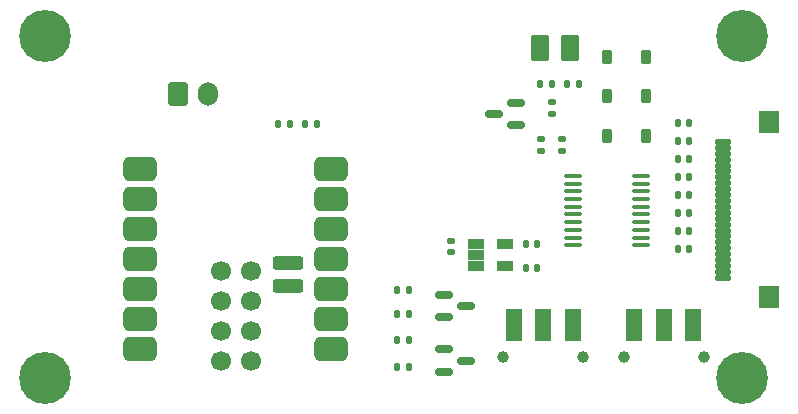
<source format=gbr>
%TF.GenerationSoftware,KiCad,Pcbnew,8.0.7*%
%TF.CreationDate,2025-01-13T19:39:37-06:00*%
%TF.ProjectId,love-letters,6c6f7665-2d6c-4657-9474-6572732e6b69,rev?*%
%TF.SameCoordinates,Original*%
%TF.FileFunction,Soldermask,Top*%
%TF.FilePolarity,Negative*%
%FSLAX46Y46*%
G04 Gerber Fmt 4.6, Leading zero omitted, Abs format (unit mm)*
G04 Created by KiCad (PCBNEW 8.0.7) date 2025-01-13 19:39:37*
%MOMM*%
%LPD*%
G01*
G04 APERTURE LIST*
G04 Aperture macros list*
%AMRoundRect*
0 Rectangle with rounded corners*
0 $1 Rounding radius*
0 $2 $3 $4 $5 $6 $7 $8 $9 X,Y pos of 4 corners*
0 Add a 4 corners polygon primitive as box body*
4,1,4,$2,$3,$4,$5,$6,$7,$8,$9,$2,$3,0*
0 Add four circle primitives for the rounded corners*
1,1,$1+$1,$2,$3*
1,1,$1+$1,$4,$5*
1,1,$1+$1,$6,$7*
1,1,$1+$1,$8,$9*
0 Add four rect primitives between the rounded corners*
20,1,$1+$1,$2,$3,$4,$5,0*
20,1,$1+$1,$4,$5,$6,$7,0*
20,1,$1+$1,$6,$7,$8,$9,0*
20,1,$1+$1,$8,$9,$2,$3,0*%
G04 Aperture macros list end*
%ADD10RoundRect,0.102000X0.550000X-0.125000X0.550000X0.125000X-0.550000X0.125000X-0.550000X-0.125000X0*%
%ADD11RoundRect,0.102000X0.750000X-0.850000X0.750000X0.850000X-0.750000X0.850000X-0.750000X-0.850000X0*%
%ADD12RoundRect,0.140000X-0.140000X-0.170000X0.140000X-0.170000X0.140000X0.170000X-0.140000X0.170000X0*%
%ADD13RoundRect,0.135000X0.185000X-0.135000X0.185000X0.135000X-0.185000X0.135000X-0.185000X-0.135000X0*%
%ADD14RoundRect,0.525400X0.900400X0.525400X-0.900400X0.525400X-0.900400X-0.525400X0.900400X-0.525400X0*%
%ADD15RoundRect,0.300400X-1.000400X-0.300400X1.000400X-0.300400X1.000400X0.300400X-1.000400X0.300400X0*%
%ADD16C,1.700000*%
%ADD17RoundRect,0.135000X0.135000X0.185000X-0.135000X0.185000X-0.135000X-0.185000X0.135000X-0.185000X0*%
%ADD18RoundRect,0.140000X0.140000X0.170000X-0.140000X0.170000X-0.140000X-0.170000X0.140000X-0.170000X0*%
%ADD19RoundRect,0.225000X0.225000X0.375000X-0.225000X0.375000X-0.225000X-0.375000X0.225000X-0.375000X0*%
%ADD20RoundRect,0.135000X-0.135000X-0.185000X0.135000X-0.185000X0.135000X0.185000X-0.135000X0.185000X0*%
%ADD21C,4.400000*%
%ADD22RoundRect,0.150000X-0.587500X-0.150000X0.587500X-0.150000X0.587500X0.150000X-0.587500X0.150000X0*%
%ADD23RoundRect,0.052440X-0.634560X-0.384560X0.634560X-0.384560X0.634560X0.384560X-0.634560X0.384560X0*%
%ADD24RoundRect,0.140000X-0.170000X0.140000X-0.170000X-0.140000X0.170000X-0.140000X0.170000X0.140000X0*%
%ADD25C,1.000000*%
%ADD26RoundRect,0.102000X-0.600000X-1.250000X0.600000X-1.250000X0.600000X1.250000X-0.600000X1.250000X0*%
%ADD27RoundRect,0.225000X-0.225000X-0.375000X0.225000X-0.375000X0.225000X0.375000X-0.225000X0.375000X0*%
%ADD28RoundRect,0.150000X0.587500X0.150000X-0.587500X0.150000X-0.587500X-0.150000X0.587500X-0.150000X0*%
%ADD29RoundRect,0.100000X0.637500X0.100000X-0.637500X0.100000X-0.637500X-0.100000X0.637500X-0.100000X0*%
%ADD30RoundRect,0.102000X0.625000X1.000000X-0.625000X1.000000X-0.625000X-1.000000X0.625000X-1.000000X0*%
%ADD31RoundRect,0.250000X-0.600000X-0.750000X0.600000X-0.750000X0.600000X0.750000X-0.600000X0.750000X0*%
%ADD32O,1.700000X2.000000*%
%ADD33RoundRect,0.135000X-0.185000X0.135000X-0.185000X-0.135000X0.185000X-0.135000X0.185000X0.135000X0*%
%ADD34RoundRect,0.140000X0.170000X-0.140000X0.170000X0.140000X-0.170000X0.140000X-0.170000X-0.140000X0*%
G04 APERTURE END LIST*
D10*
%TO.C,J3*%
X110400000Y-73500000D03*
X110400000Y-73000000D03*
X110400000Y-72500000D03*
X110400000Y-72000000D03*
X110400000Y-71500000D03*
X110400000Y-71000000D03*
X110400000Y-70500000D03*
X110400000Y-70000000D03*
X110400000Y-69500000D03*
X110400000Y-69000000D03*
X110400000Y-68500000D03*
X110400000Y-68000000D03*
X110400000Y-67500000D03*
X110400000Y-67000000D03*
X110400000Y-66500000D03*
X110400000Y-66000000D03*
X110400000Y-65500000D03*
X110400000Y-65000000D03*
X110400000Y-64500000D03*
X110400000Y-64000000D03*
X110400000Y-63500000D03*
X110400000Y-63000000D03*
X110400000Y-62500000D03*
X110400000Y-62000000D03*
D11*
X114300000Y-60350000D03*
X114300000Y-75150000D03*
%TD*%
D12*
%TO.C,C8*%
X106597318Y-71045000D03*
X107557318Y-71045000D03*
%TD*%
D13*
%TO.C,R1*%
X94979318Y-62741000D03*
X94979318Y-61721000D03*
%TD*%
D14*
%TO.C,U1*%
X77216000Y-79502000D03*
X77216000Y-76962000D03*
X77216000Y-74422000D03*
X77216000Y-71882000D03*
X77216000Y-69342000D03*
X77216000Y-66802000D03*
X77216000Y-64262000D03*
X61051000Y-64262000D03*
X61051000Y-66802000D03*
X61051000Y-69342000D03*
X61051000Y-71882000D03*
X61051000Y-74422000D03*
X61051000Y-76962000D03*
X61051000Y-79502000D03*
D15*
X73606000Y-72264000D03*
X73606000Y-74169000D03*
D16*
X70431000Y-80514000D03*
X67891000Y-80514000D03*
X70431000Y-77974000D03*
X67891000Y-77974000D03*
X70431000Y-75434000D03*
X67891000Y-75434000D03*
X70431000Y-72894000D03*
X67891000Y-72894000D03*
%TD*%
D17*
%TO.C,R7*%
X76014636Y-60499000D03*
X74994636Y-60499000D03*
%TD*%
D18*
%TO.C,C14*%
X107529318Y-60377000D03*
X106569318Y-60377000D03*
%TD*%
D17*
%TO.C,R8*%
X73728636Y-60499000D03*
X72708636Y-60499000D03*
%TD*%
D19*
%TO.C,D3*%
X103923818Y-54773500D03*
X100623818Y-54773500D03*
%TD*%
D20*
%TO.C,R6*%
X82822318Y-76568000D03*
X83842318Y-76568000D03*
%TD*%
D12*
%TO.C,C2*%
X93737318Y-70613000D03*
X94697318Y-70613000D03*
%TD*%
%TO.C,C7*%
X106597318Y-69521000D03*
X107557318Y-69521000D03*
%TD*%
D21*
%TO.C,H4*%
X112000000Y-53000000D03*
%TD*%
D22*
%TO.C,Q2*%
X86783818Y-74944000D03*
X86783818Y-76844000D03*
X88658818Y-75894000D03*
%TD*%
D20*
%TO.C,R3*%
X97201818Y-57107500D03*
X98221818Y-57107500D03*
%TD*%
D18*
%TO.C,C12*%
X107557318Y-63425000D03*
X106597318Y-63425000D03*
%TD*%
D12*
%TO.C,C5*%
X94945818Y-57107500D03*
X95905818Y-57107500D03*
%TD*%
D23*
%TO.C,U2*%
X89491318Y-70613000D03*
X89491318Y-71553000D03*
X89491318Y-72493000D03*
X91931318Y-72493000D03*
X91931318Y-70613000D03*
%TD*%
D20*
%TO.C,R4*%
X82812818Y-78741000D03*
X83832818Y-78741000D03*
%TD*%
D22*
%TO.C,Q3*%
X86783818Y-79569000D03*
X86783818Y-81469000D03*
X88658818Y-80519000D03*
%TD*%
D24*
%TO.C,C1*%
X87387318Y-70387000D03*
X87387318Y-71347000D03*
%TD*%
D20*
%TO.C,R5*%
X82822318Y-74578000D03*
X83842318Y-74578000D03*
%TD*%
D25*
%TO.C,SW2*%
X101993318Y-80221000D03*
X108793318Y-80221000D03*
D26*
X102893318Y-77471000D03*
X105393318Y-77471000D03*
X107893318Y-77471000D03*
%TD*%
D19*
%TO.C,D1*%
X103923818Y-61473500D03*
X100623818Y-61473500D03*
%TD*%
D27*
%TO.C,D2*%
X100623818Y-58123500D03*
X103923818Y-58123500D03*
%TD*%
D12*
%TO.C,C9*%
X106597318Y-67997000D03*
X107557318Y-67997000D03*
%TD*%
D21*
%TO.C,H2*%
X53000000Y-82000000D03*
%TD*%
D25*
%TO.C,SW1*%
X91793318Y-80221000D03*
X98593318Y-80221000D03*
D26*
X92693318Y-77471000D03*
X95193318Y-77471000D03*
X97693318Y-77471000D03*
%TD*%
D28*
%TO.C,Q1*%
X92875818Y-60597500D03*
X92875818Y-58697500D03*
X91000818Y-59647500D03*
%TD*%
D12*
%TO.C,C3*%
X93737318Y-72645000D03*
X94697318Y-72645000D03*
%TD*%
D29*
%TO.C,U3*%
X103429818Y-70744000D03*
X103429818Y-70094000D03*
X103429818Y-69444000D03*
X103429818Y-68794000D03*
X103429818Y-68144000D03*
X103429818Y-67494000D03*
X103429818Y-66844000D03*
X103429818Y-66194000D03*
X103429818Y-65544000D03*
X103429818Y-64894000D03*
X97704818Y-64894000D03*
X97704818Y-65544000D03*
X97704818Y-66194000D03*
X97704818Y-66844000D03*
X97704818Y-67494000D03*
X97704818Y-68144000D03*
X97704818Y-68794000D03*
X97704818Y-69444000D03*
X97704818Y-70094000D03*
X97704818Y-70744000D03*
%TD*%
D18*
%TO.C,C11*%
X107557318Y-64949000D03*
X106597318Y-64949000D03*
%TD*%
%TO.C,C6*%
X83804818Y-81027000D03*
X82844818Y-81027000D03*
%TD*%
D30*
%TO.C,L1*%
X97457818Y-54059500D03*
X94907818Y-54059500D03*
%TD*%
D31*
%TO.C,J2*%
X64265318Y-57905500D03*
D32*
X66765318Y-57905500D03*
%TD*%
D21*
%TO.C,H3*%
X112000000Y-82000000D03*
%TD*%
%TO.C,H1*%
X53000000Y-53000000D03*
%TD*%
D33*
%TO.C,R2*%
X96757318Y-61719000D03*
X96757318Y-62739000D03*
%TD*%
D18*
%TO.C,C10*%
X107557318Y-66473000D03*
X106597318Y-66473000D03*
%TD*%
%TO.C,C13*%
X107529318Y-61901000D03*
X106569318Y-61901000D03*
%TD*%
D34*
%TO.C,C4*%
X95923818Y-59619500D03*
X95923818Y-58659500D03*
%TD*%
M02*

</source>
